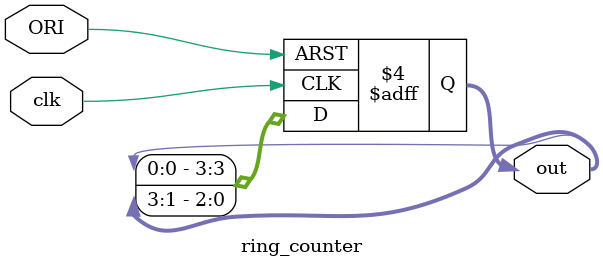
<source format=v>
`timescale 1ns/1ps

module ring_counter #(parameter N = 4)
	(
	input clk, 
	input ORI, //ORI stands for overriding input
	output reg [N-1:0] out
	);
	
	integer i;
	
always @(posedge clk or negedge ORI) begin
	if (ORI == 0) begin
		out <= {N{1'b1,{(N-1){1'b0}}}};
	end else begin
		out[N-1] <= out[0];
		for (i=1;i<N; i=i+1) begin
			out[i-1] <= out[i];
		end
	end
end

endmodule 

</source>
